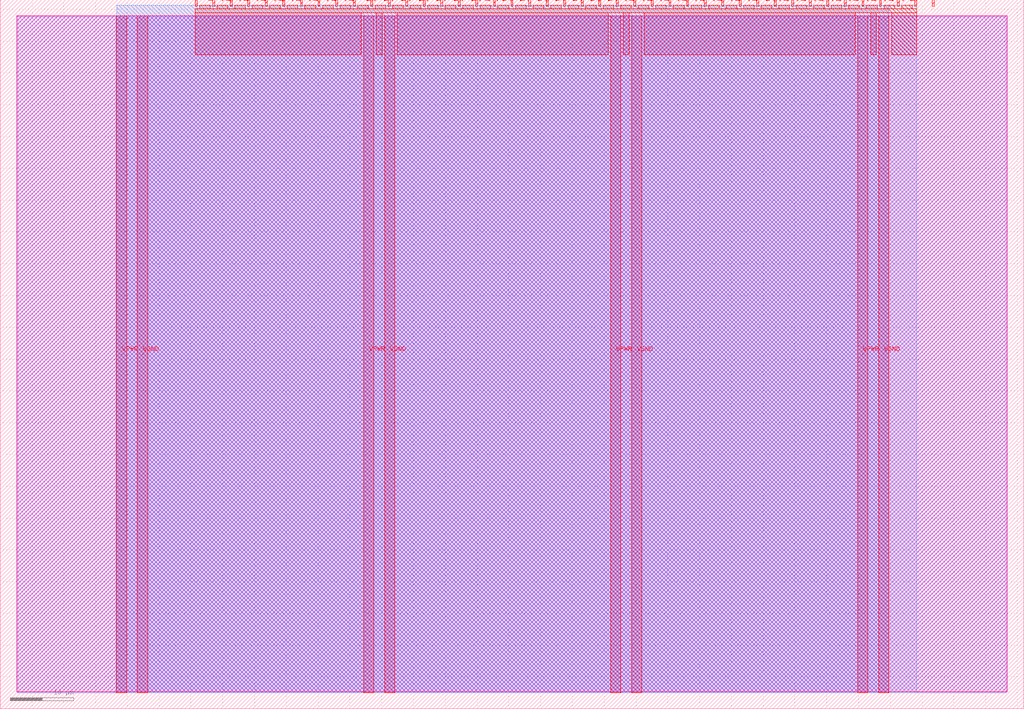
<source format=lef>
VERSION 5.7 ;
  NOWIREEXTENSIONATPIN ON ;
  DIVIDERCHAR "/" ;
  BUSBITCHARS "[]" ;
MACRO tt_um_wokwi_442978871257096193
  CLASS BLOCK ;
  FOREIGN tt_um_wokwi_442978871257096193 ;
  ORIGIN 0.000 0.000 ;
  SIZE 161.000 BY 111.520 ;
  PIN VGND
    DIRECTION INOUT ;
    USE GROUND ;
    PORT
      LAYER met4 ;
        RECT 21.580 2.480 23.180 109.040 ;
    END
    PORT
      LAYER met4 ;
        RECT 60.450 2.480 62.050 109.040 ;
    END
    PORT
      LAYER met4 ;
        RECT 99.320 2.480 100.920 109.040 ;
    END
    PORT
      LAYER met4 ;
        RECT 138.190 2.480 139.790 109.040 ;
    END
  END VGND
  PIN VPWR
    DIRECTION INOUT ;
    USE POWER ;
    PORT
      LAYER met4 ;
        RECT 18.280 2.480 19.880 109.040 ;
    END
    PORT
      LAYER met4 ;
        RECT 57.150 2.480 58.750 109.040 ;
    END
    PORT
      LAYER met4 ;
        RECT 96.020 2.480 97.620 109.040 ;
    END
    PORT
      LAYER met4 ;
        RECT 134.890 2.480 136.490 109.040 ;
    END
  END VPWR
  PIN clk
    DIRECTION INPUT ;
    USE SIGNAL ;
    ANTENNAGATEAREA 0.852000 ;
    PORT
      LAYER met4 ;
        RECT 143.830 110.520 144.130 111.520 ;
    END
  END clk
  PIN ena
    DIRECTION INPUT ;
    USE SIGNAL ;
    PORT
      LAYER met4 ;
        RECT 146.590 110.520 146.890 111.520 ;
    END
  END ena
  PIN rst_n
    DIRECTION INPUT ;
    USE SIGNAL ;
    PORT
      LAYER met4 ;
        RECT 141.070 110.520 141.370 111.520 ;
    END
  END rst_n
  PIN ui_in[0]
    DIRECTION INPUT ;
    USE SIGNAL ;
    PORT
      LAYER met4 ;
        RECT 138.310 110.520 138.610 111.520 ;
    END
  END ui_in[0]
  PIN ui_in[1]
    DIRECTION INPUT ;
    USE SIGNAL ;
    PORT
      LAYER met4 ;
        RECT 135.550 110.520 135.850 111.520 ;
    END
  END ui_in[1]
  PIN ui_in[2]
    DIRECTION INPUT ;
    USE SIGNAL ;
    PORT
      LAYER met4 ;
        RECT 132.790 110.520 133.090 111.520 ;
    END
  END ui_in[2]
  PIN ui_in[3]
    DIRECTION INPUT ;
    USE SIGNAL ;
    ANTENNAGATEAREA 0.213000 ;
    PORT
      LAYER met4 ;
        RECT 130.030 110.520 130.330 111.520 ;
    END
  END ui_in[3]
  PIN ui_in[4]
    DIRECTION INPUT ;
    USE SIGNAL ;
    ANTENNAGATEAREA 0.213000 ;
    PORT
      LAYER met4 ;
        RECT 127.270 110.520 127.570 111.520 ;
    END
  END ui_in[4]
  PIN ui_in[5]
    DIRECTION INPUT ;
    USE SIGNAL ;
    ANTENNAGATEAREA 0.213000 ;
    PORT
      LAYER met4 ;
        RECT 124.510 110.520 124.810 111.520 ;
    END
  END ui_in[5]
  PIN ui_in[6]
    DIRECTION INPUT ;
    USE SIGNAL ;
    ANTENNAGATEAREA 0.213000 ;
    PORT
      LAYER met4 ;
        RECT 121.750 110.520 122.050 111.520 ;
    END
  END ui_in[6]
  PIN ui_in[7]
    DIRECTION INPUT ;
    USE SIGNAL ;
    ANTENNAGATEAREA 0.213000 ;
    PORT
      LAYER met4 ;
        RECT 118.990 110.520 119.290 111.520 ;
    END
  END ui_in[7]
  PIN uio_in[0]
    DIRECTION INPUT ;
    USE SIGNAL ;
    PORT
      LAYER met4 ;
        RECT 116.230 110.520 116.530 111.520 ;
    END
  END uio_in[0]
  PIN uio_in[1]
    DIRECTION INPUT ;
    USE SIGNAL ;
    PORT
      LAYER met4 ;
        RECT 113.470 110.520 113.770 111.520 ;
    END
  END uio_in[1]
  PIN uio_in[2]
    DIRECTION INPUT ;
    USE SIGNAL ;
    PORT
      LAYER met4 ;
        RECT 110.710 110.520 111.010 111.520 ;
    END
  END uio_in[2]
  PIN uio_in[3]
    DIRECTION INPUT ;
    USE SIGNAL ;
    PORT
      LAYER met4 ;
        RECT 107.950 110.520 108.250 111.520 ;
    END
  END uio_in[3]
  PIN uio_in[4]
    DIRECTION INPUT ;
    USE SIGNAL ;
    PORT
      LAYER met4 ;
        RECT 105.190 110.520 105.490 111.520 ;
    END
  END uio_in[4]
  PIN uio_in[5]
    DIRECTION INPUT ;
    USE SIGNAL ;
    PORT
      LAYER met4 ;
        RECT 102.430 110.520 102.730 111.520 ;
    END
  END uio_in[5]
  PIN uio_in[6]
    DIRECTION INPUT ;
    USE SIGNAL ;
    PORT
      LAYER met4 ;
        RECT 99.670 110.520 99.970 111.520 ;
    END
  END uio_in[6]
  PIN uio_in[7]
    DIRECTION INPUT ;
    USE SIGNAL ;
    PORT
      LAYER met4 ;
        RECT 96.910 110.520 97.210 111.520 ;
    END
  END uio_in[7]
  PIN uio_oe[0]
    DIRECTION OUTPUT ;
    USE SIGNAL ;
    PORT
      LAYER met4 ;
        RECT 49.990 110.520 50.290 111.520 ;
    END
  END uio_oe[0]
  PIN uio_oe[1]
    DIRECTION OUTPUT ;
    USE SIGNAL ;
    PORT
      LAYER met4 ;
        RECT 47.230 110.520 47.530 111.520 ;
    END
  END uio_oe[1]
  PIN uio_oe[2]
    DIRECTION OUTPUT ;
    USE SIGNAL ;
    PORT
      LAYER met4 ;
        RECT 44.470 110.520 44.770 111.520 ;
    END
  END uio_oe[2]
  PIN uio_oe[3]
    DIRECTION OUTPUT ;
    USE SIGNAL ;
    PORT
      LAYER met4 ;
        RECT 41.710 110.520 42.010 111.520 ;
    END
  END uio_oe[3]
  PIN uio_oe[4]
    DIRECTION OUTPUT ;
    USE SIGNAL ;
    PORT
      LAYER met4 ;
        RECT 38.950 110.520 39.250 111.520 ;
    END
  END uio_oe[4]
  PIN uio_oe[5]
    DIRECTION OUTPUT ;
    USE SIGNAL ;
    PORT
      LAYER met4 ;
        RECT 36.190 110.520 36.490 111.520 ;
    END
  END uio_oe[5]
  PIN uio_oe[6]
    DIRECTION OUTPUT ;
    USE SIGNAL ;
    PORT
      LAYER met4 ;
        RECT 33.430 110.520 33.730 111.520 ;
    END
  END uio_oe[6]
  PIN uio_oe[7]
    DIRECTION OUTPUT ;
    USE SIGNAL ;
    PORT
      LAYER met4 ;
        RECT 30.670 110.520 30.970 111.520 ;
    END
  END uio_oe[7]
  PIN uio_out[0]
    DIRECTION OUTPUT ;
    USE SIGNAL ;
    PORT
      LAYER met4 ;
        RECT 72.070 110.520 72.370 111.520 ;
    END
  END uio_out[0]
  PIN uio_out[1]
    DIRECTION OUTPUT ;
    USE SIGNAL ;
    PORT
      LAYER met4 ;
        RECT 69.310 110.520 69.610 111.520 ;
    END
  END uio_out[1]
  PIN uio_out[2]
    DIRECTION OUTPUT ;
    USE SIGNAL ;
    PORT
      LAYER met4 ;
        RECT 66.550 110.520 66.850 111.520 ;
    END
  END uio_out[2]
  PIN uio_out[3]
    DIRECTION OUTPUT ;
    USE SIGNAL ;
    PORT
      LAYER met4 ;
        RECT 63.790 110.520 64.090 111.520 ;
    END
  END uio_out[3]
  PIN uio_out[4]
    DIRECTION OUTPUT ;
    USE SIGNAL ;
    PORT
      LAYER met4 ;
        RECT 61.030 110.520 61.330 111.520 ;
    END
  END uio_out[4]
  PIN uio_out[5]
    DIRECTION OUTPUT ;
    USE SIGNAL ;
    PORT
      LAYER met4 ;
        RECT 58.270 110.520 58.570 111.520 ;
    END
  END uio_out[5]
  PIN uio_out[6]
    DIRECTION OUTPUT ;
    USE SIGNAL ;
    PORT
      LAYER met4 ;
        RECT 55.510 110.520 55.810 111.520 ;
    END
  END uio_out[6]
  PIN uio_out[7]
    DIRECTION OUTPUT ;
    USE SIGNAL ;
    PORT
      LAYER met4 ;
        RECT 52.750 110.520 53.050 111.520 ;
    END
  END uio_out[7]
  PIN uo_out[0]
    DIRECTION OUTPUT ;
    USE SIGNAL ;
    ANTENNADIFFAREA 0.445500 ;
    PORT
      LAYER met4 ;
        RECT 94.150 110.520 94.450 111.520 ;
    END
  END uo_out[0]
  PIN uo_out[1]
    DIRECTION OUTPUT ;
    USE SIGNAL ;
    ANTENNADIFFAREA 0.445500 ;
    PORT
      LAYER met4 ;
        RECT 91.390 110.520 91.690 111.520 ;
    END
  END uo_out[1]
  PIN uo_out[2]
    DIRECTION OUTPUT ;
    USE SIGNAL ;
    ANTENNADIFFAREA 0.445500 ;
    PORT
      LAYER met4 ;
        RECT 88.630 110.520 88.930 111.520 ;
    END
  END uo_out[2]
  PIN uo_out[3]
    DIRECTION OUTPUT ;
    USE SIGNAL ;
    ANTENNADIFFAREA 0.795200 ;
    PORT
      LAYER met4 ;
        RECT 85.870 110.520 86.170 111.520 ;
    END
  END uo_out[3]
  PIN uo_out[4]
    DIRECTION OUTPUT ;
    USE SIGNAL ;
    ANTENNADIFFAREA 0.795200 ;
    PORT
      LAYER met4 ;
        RECT 83.110 110.520 83.410 111.520 ;
    END
  END uo_out[4]
  PIN uo_out[5]
    DIRECTION OUTPUT ;
    USE SIGNAL ;
    ANTENNADIFFAREA 0.795200 ;
    PORT
      LAYER met4 ;
        RECT 80.350 110.520 80.650 111.520 ;
    END
  END uo_out[5]
  PIN uo_out[6]
    DIRECTION OUTPUT ;
    USE SIGNAL ;
    ANTENNADIFFAREA 0.795200 ;
    PORT
      LAYER met4 ;
        RECT 77.590 110.520 77.890 111.520 ;
    END
  END uo_out[6]
  PIN uo_out[7]
    DIRECTION OUTPUT ;
    USE SIGNAL ;
    ANTENNADIFFAREA 0.795200 ;
    PORT
      LAYER met4 ;
        RECT 74.830 110.520 75.130 111.520 ;
    END
  END uo_out[7]
  OBS
      LAYER nwell ;
        RECT 2.570 2.635 158.430 108.990 ;
      LAYER li1 ;
        RECT 2.760 2.635 158.240 108.885 ;
      LAYER met1 ;
        RECT 2.760 2.480 158.240 109.040 ;
      LAYER met2 ;
        RECT 18.310 2.535 139.760 110.685 ;
      LAYER met3 ;
        RECT 18.290 2.555 144.170 110.665 ;
      LAYER met4 ;
        RECT 31.370 110.120 33.030 110.665 ;
        RECT 34.130 110.120 35.790 110.665 ;
        RECT 36.890 110.120 38.550 110.665 ;
        RECT 39.650 110.120 41.310 110.665 ;
        RECT 42.410 110.120 44.070 110.665 ;
        RECT 45.170 110.120 46.830 110.665 ;
        RECT 47.930 110.120 49.590 110.665 ;
        RECT 50.690 110.120 52.350 110.665 ;
        RECT 53.450 110.120 55.110 110.665 ;
        RECT 56.210 110.120 57.870 110.665 ;
        RECT 58.970 110.120 60.630 110.665 ;
        RECT 61.730 110.120 63.390 110.665 ;
        RECT 64.490 110.120 66.150 110.665 ;
        RECT 67.250 110.120 68.910 110.665 ;
        RECT 70.010 110.120 71.670 110.665 ;
        RECT 72.770 110.120 74.430 110.665 ;
        RECT 75.530 110.120 77.190 110.665 ;
        RECT 78.290 110.120 79.950 110.665 ;
        RECT 81.050 110.120 82.710 110.665 ;
        RECT 83.810 110.120 85.470 110.665 ;
        RECT 86.570 110.120 88.230 110.665 ;
        RECT 89.330 110.120 90.990 110.665 ;
        RECT 92.090 110.120 93.750 110.665 ;
        RECT 94.850 110.120 96.510 110.665 ;
        RECT 97.610 110.120 99.270 110.665 ;
        RECT 100.370 110.120 102.030 110.665 ;
        RECT 103.130 110.120 104.790 110.665 ;
        RECT 105.890 110.120 107.550 110.665 ;
        RECT 108.650 110.120 110.310 110.665 ;
        RECT 111.410 110.120 113.070 110.665 ;
        RECT 114.170 110.120 115.830 110.665 ;
        RECT 116.930 110.120 118.590 110.665 ;
        RECT 119.690 110.120 121.350 110.665 ;
        RECT 122.450 110.120 124.110 110.665 ;
        RECT 125.210 110.120 126.870 110.665 ;
        RECT 127.970 110.120 129.630 110.665 ;
        RECT 130.730 110.120 132.390 110.665 ;
        RECT 133.490 110.120 135.150 110.665 ;
        RECT 136.250 110.120 137.910 110.665 ;
        RECT 139.010 110.120 140.670 110.665 ;
        RECT 141.770 110.120 143.430 110.665 ;
        RECT 30.655 109.440 144.145 110.120 ;
        RECT 30.655 102.855 56.750 109.440 ;
        RECT 59.150 102.855 60.050 109.440 ;
        RECT 62.450 102.855 95.620 109.440 ;
        RECT 98.020 102.855 98.920 109.440 ;
        RECT 101.320 102.855 134.490 109.440 ;
        RECT 136.890 102.855 137.790 109.440 ;
        RECT 140.190 102.855 144.145 109.440 ;
  END
END tt_um_wokwi_442978871257096193
END LIBRARY


</source>
